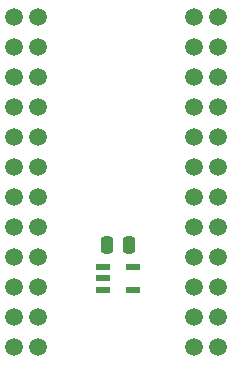
<source format=gts>
%TF.GenerationSoftware,KiCad,Pcbnew,9.0.2*%
%TF.CreationDate,2025-06-27T11:52:32+02:00*%
%TF.ProjectId,ROM 2316 to 2716,524f4d20-3233-4313-9620-746f20323731,V0*%
%TF.SameCoordinates,Original*%
%TF.FileFunction,Soldermask,Top*%
%TF.FilePolarity,Negative*%
%FSLAX46Y46*%
G04 Gerber Fmt 4.6, Leading zero omitted, Abs format (unit mm)*
G04 Created by KiCad (PCBNEW 9.0.2) date 2025-06-27 11:52:32*
%MOMM*%
%LPD*%
G01*
G04 APERTURE LIST*
G04 Aperture macros list*
%AMRoundRect*
0 Rectangle with rounded corners*
0 $1 Rounding radius*
0 $2 $3 $4 $5 $6 $7 $8 $9 X,Y pos of 4 corners*
0 Add a 4 corners polygon primitive as box body*
4,1,4,$2,$3,$4,$5,$6,$7,$8,$9,$2,$3,0*
0 Add four circle primitives for the rounded corners*
1,1,$1+$1,$2,$3*
1,1,$1+$1,$4,$5*
1,1,$1+$1,$6,$7*
1,1,$1+$1,$8,$9*
0 Add four rect primitives between the rounded corners*
20,1,$1+$1,$2,$3,$4,$5,0*
20,1,$1+$1,$4,$5,$6,$7,0*
20,1,$1+$1,$6,$7,$8,$9,0*
20,1,$1+$1,$8,$9,$2,$3,0*%
G04 Aperture macros list end*
%ADD10C,1.500000*%
%ADD11R,1.250000X0.600000*%
%ADD12RoundRect,0.250000X-0.250000X-0.475000X0.250000X-0.475000X0.250000X0.475000X-0.250000X0.475000X0*%
G04 APERTURE END LIST*
D10*
%TO.C,J1*%
X15240000Y0D03*
X15240000Y-2540000D03*
X15240000Y-5080000D03*
X15240000Y-7620000D03*
X15240000Y-10160000D03*
X15240000Y-12700000D03*
X15240000Y-15240000D03*
X15240000Y-17780000D03*
X15240000Y-20320000D03*
X15240000Y-22860000D03*
X15240000Y-25400000D03*
X15240000Y-27940000D03*
%TD*%
D11*
%TO.C,IC1*%
X7513000Y-21148000D03*
X7513000Y-22098000D03*
X7513000Y-23048000D03*
X10013000Y-23048000D03*
X10013000Y-21148000D03*
%TD*%
D10*
%TO.C,J3*%
X2032000Y0D03*
X2032000Y-2540000D03*
X2032000Y-5080000D03*
X2032000Y-7620000D03*
X2032000Y-10160000D03*
X2032000Y-12700000D03*
X2032000Y-15240000D03*
X2032000Y-17780000D03*
X2032000Y-20320000D03*
X2032000Y-22860000D03*
X2032000Y-25400000D03*
X2032000Y-27940000D03*
%TD*%
%TO.C,J2*%
X0Y0D03*
X0Y-2540000D03*
X0Y-5080000D03*
X0Y-7620000D03*
X0Y-10160000D03*
X0Y-12700000D03*
X0Y-15240000D03*
X0Y-17780000D03*
X0Y-20320000D03*
X0Y-22860000D03*
X0Y-25400000D03*
X0Y-27940000D03*
%TD*%
D12*
%TO.C,C1*%
X7829000Y-19304000D03*
X9729000Y-19304000D03*
%TD*%
D10*
%TO.C,J4*%
X17272000Y0D03*
X17272000Y-2540000D03*
X17272000Y-5080000D03*
X17272000Y-7620000D03*
X17272000Y-10160000D03*
X17272000Y-12700000D03*
X17272000Y-15240000D03*
X17272000Y-17780000D03*
X17272000Y-20320000D03*
X17272000Y-22860000D03*
X17272000Y-25400000D03*
X17272000Y-27940000D03*
%TD*%
M02*

</source>
